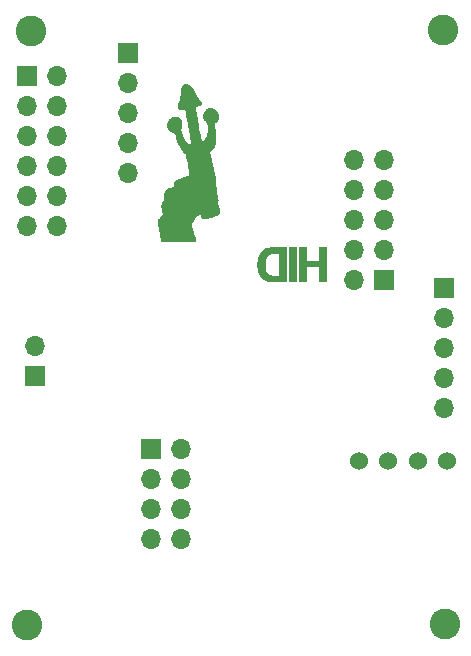
<source format=gbr>
%TF.GenerationSoftware,KiCad,Pcbnew,(6.0.9-0)*%
%TF.CreationDate,2023-01-28T22:02:16-06:00*%
%TF.ProjectId,ps2usb,70733275-7362-42e6-9b69-6361645f7063,rev?*%
%TF.SameCoordinates,Original*%
%TF.FileFunction,Soldermask,Bot*%
%TF.FilePolarity,Negative*%
%FSLAX46Y46*%
G04 Gerber Fmt 4.6, Leading zero omitted, Abs format (unit mm)*
G04 Created by KiCad (PCBNEW (6.0.9-0)) date 2023-01-28 22:02:16*
%MOMM*%
%LPD*%
G01*
G04 APERTURE LIST*
%ADD10C,0.080000*%
%ADD11C,2.600000*%
%ADD12R,1.700000X1.700000*%
%ADD13O,1.700000X1.700000*%
%ADD14C,1.524000*%
G04 APERTURE END LIST*
D10*
G36*
X112832903Y-74395215D02*
G01*
X112851735Y-74396955D01*
X112870786Y-74399653D01*
X112890040Y-74403308D01*
X112909477Y-74407920D01*
X112929081Y-74413489D01*
X112968716Y-74427495D01*
X113008801Y-74445324D01*
X113049194Y-74466973D01*
X113089752Y-74492441D01*
X113130331Y-74521725D01*
X113170790Y-74554823D01*
X113210984Y-74591731D01*
X113250771Y-74632449D01*
X113290009Y-74676973D01*
X113328553Y-74725302D01*
X113366262Y-74777432D01*
X113402992Y-74833362D01*
X113438601Y-74893089D01*
X113493776Y-74989108D01*
X113562257Y-75106617D01*
X113635325Y-75230741D01*
X113704260Y-75346602D01*
X113736064Y-75400365D01*
X113767003Y-75453939D01*
X113796310Y-75505908D01*
X113823217Y-75554852D01*
X113846956Y-75599356D01*
X113866761Y-75638001D01*
X113881862Y-75669371D01*
X113891494Y-75692048D01*
X113895186Y-75701294D01*
X113899584Y-75711115D01*
X113904631Y-75721424D01*
X113910271Y-75732136D01*
X113916444Y-75743163D01*
X113923095Y-75754421D01*
X113930166Y-75765821D01*
X113937599Y-75777278D01*
X113945338Y-75788705D01*
X113953325Y-75800015D01*
X113961502Y-75811123D01*
X113969812Y-75821942D01*
X113978198Y-75832385D01*
X113986603Y-75842366D01*
X113994969Y-75851799D01*
X114003240Y-75860596D01*
X114017628Y-75875861D01*
X114030757Y-75890724D01*
X114042619Y-75905199D01*
X114053205Y-75919301D01*
X114062507Y-75933043D01*
X114070518Y-75946440D01*
X114077228Y-75959506D01*
X114082631Y-75972255D01*
X114086718Y-75984702D01*
X114089480Y-75996861D01*
X114090911Y-76008746D01*
X114091001Y-76020372D01*
X114089742Y-76031752D01*
X114087128Y-76042900D01*
X114083148Y-76053832D01*
X114077796Y-76064561D01*
X114071064Y-76075101D01*
X114062942Y-76085467D01*
X114053424Y-76095673D01*
X114042500Y-76105734D01*
X114030164Y-76115662D01*
X114016407Y-76125473D01*
X114001220Y-76135182D01*
X113984596Y-76144801D01*
X113966526Y-76154346D01*
X113947003Y-76163830D01*
X113926019Y-76173268D01*
X113903564Y-76182674D01*
X113879632Y-76192063D01*
X113854215Y-76201448D01*
X113798889Y-76220264D01*
X113643586Y-76270940D01*
X113595940Y-76286815D01*
X113577963Y-76293190D01*
X113587522Y-76350377D01*
X113614856Y-76504605D01*
X113706037Y-77010087D01*
X113757565Y-77300526D01*
X113801879Y-77562854D01*
X113834260Y-77768268D01*
X113849986Y-77887966D01*
X113870777Y-78058785D01*
X113905156Y-78268148D01*
X113948863Y-78496998D01*
X113997637Y-78726276D01*
X114047217Y-78936922D01*
X114093343Y-79109878D01*
X114113778Y-79176267D01*
X114131752Y-79226086D01*
X114146732Y-79256954D01*
X114152933Y-79264536D01*
X114158186Y-79266487D01*
X114208267Y-79252528D01*
X114256300Y-79231634D01*
X114302224Y-79204217D01*
X114345976Y-79170691D01*
X114387494Y-79131469D01*
X114426714Y-79086965D01*
X114463575Y-79037591D01*
X114498015Y-78983761D01*
X114529970Y-78925889D01*
X114559378Y-78864387D01*
X114586177Y-78799670D01*
X114610304Y-78732149D01*
X114631698Y-78662239D01*
X114650295Y-78590353D01*
X114666033Y-78516905D01*
X114678850Y-78442306D01*
X114688683Y-78366972D01*
X114695470Y-78291315D01*
X114699148Y-78215748D01*
X114699655Y-78140684D01*
X114696929Y-78066538D01*
X114690906Y-77993722D01*
X114681525Y-77922650D01*
X114668724Y-77853735D01*
X114652439Y-77787390D01*
X114632608Y-77724028D01*
X114609169Y-77664063D01*
X114582060Y-77607909D01*
X114551217Y-77555977D01*
X114516580Y-77508683D01*
X114478084Y-77466439D01*
X114435668Y-77429658D01*
X114412053Y-77410199D01*
X114390485Y-77389506D01*
X114370951Y-77367638D01*
X114353437Y-77344655D01*
X114337933Y-77320616D01*
X114324424Y-77295582D01*
X114312899Y-77269611D01*
X114303346Y-77242764D01*
X114295750Y-77215101D01*
X114290101Y-77186680D01*
X114286386Y-77157561D01*
X114284591Y-77127804D01*
X114284705Y-77097469D01*
X114286714Y-77066616D01*
X114290608Y-77035303D01*
X114296372Y-77003591D01*
X114303994Y-76971539D01*
X114313463Y-76939207D01*
X114324764Y-76906655D01*
X114337887Y-76873942D01*
X114352818Y-76841128D01*
X114369544Y-76808272D01*
X114388054Y-76775435D01*
X114408335Y-76742675D01*
X114430374Y-76710052D01*
X114454158Y-76677627D01*
X114479676Y-76645458D01*
X114506914Y-76613606D01*
X114535861Y-76582129D01*
X114566503Y-76551089D01*
X114598828Y-76520543D01*
X114632823Y-76490552D01*
X114646155Y-76479865D01*
X114660049Y-76470041D01*
X114674481Y-76461078D01*
X114689427Y-76452972D01*
X114704864Y-76445722D01*
X114720767Y-76439324D01*
X114737113Y-76433775D01*
X114753878Y-76429073D01*
X114771038Y-76425214D01*
X114788570Y-76422195D01*
X114806450Y-76420014D01*
X114824654Y-76418668D01*
X114843158Y-76418153D01*
X114861939Y-76418467D01*
X114880972Y-76419607D01*
X114900234Y-76421570D01*
X114919701Y-76424353D01*
X114939349Y-76427953D01*
X114959156Y-76432368D01*
X114979095Y-76437594D01*
X115019282Y-76450468D01*
X115059718Y-76466552D01*
X115100213Y-76485824D01*
X115140578Y-76508259D01*
X115180623Y-76533835D01*
X115220156Y-76562528D01*
X115256609Y-76592047D01*
X115290939Y-76622686D01*
X115323140Y-76654357D01*
X115353206Y-76686972D01*
X115381129Y-76720444D01*
X115406902Y-76754685D01*
X115430520Y-76789606D01*
X115451976Y-76825121D01*
X115471263Y-76861141D01*
X115488374Y-76897579D01*
X115503302Y-76934348D01*
X115516042Y-76971358D01*
X115526586Y-77008522D01*
X115534927Y-77045754D01*
X115541060Y-77082964D01*
X115544977Y-77120065D01*
X115546671Y-77156970D01*
X115546137Y-77193591D01*
X115543367Y-77229839D01*
X115538355Y-77265627D01*
X115531094Y-77300868D01*
X115521578Y-77335473D01*
X115509799Y-77369355D01*
X115495752Y-77402426D01*
X115479429Y-77434598D01*
X115460824Y-77465784D01*
X115439930Y-77495896D01*
X115416741Y-77524846D01*
X115391249Y-77552545D01*
X115363449Y-77578908D01*
X115333333Y-77603845D01*
X115300896Y-77627269D01*
X115280068Y-77641353D01*
X115261965Y-77654136D01*
X115253914Y-77660252D01*
X115246521Y-77666299D01*
X115239776Y-77672363D01*
X115233673Y-77678528D01*
X115228203Y-77684881D01*
X115223358Y-77691507D01*
X115219131Y-77698490D01*
X115215512Y-77705918D01*
X115212496Y-77713875D01*
X115210072Y-77722446D01*
X115208234Y-77731718D01*
X115206973Y-77741775D01*
X115206282Y-77752703D01*
X115206153Y-77764588D01*
X115206577Y-77777515D01*
X115207547Y-77791570D01*
X115209055Y-77806838D01*
X115211092Y-77823404D01*
X115213651Y-77841354D01*
X115216724Y-77860774D01*
X115224380Y-77904364D01*
X115233996Y-77954858D01*
X115258852Y-78079293D01*
X115282401Y-78203595D01*
X115300765Y-78319053D01*
X115308082Y-78374843D01*
X115314198Y-78430077D01*
X115319145Y-78485306D01*
X115322955Y-78541080D01*
X115325660Y-78597951D01*
X115327291Y-78656472D01*
X115327460Y-78780663D01*
X115323717Y-78918067D01*
X115316317Y-79073092D01*
X115309205Y-79175835D01*
X115299502Y-79271658D01*
X115287013Y-79360873D01*
X115271542Y-79443793D01*
X115252897Y-79520729D01*
X115230882Y-79591993D01*
X115205303Y-79657896D01*
X115175965Y-79718752D01*
X115142673Y-79774870D01*
X115105234Y-79826564D01*
X115063453Y-79874145D01*
X115017134Y-79917925D01*
X114966085Y-79958215D01*
X114910109Y-79995329D01*
X114849013Y-80029576D01*
X114782602Y-80061270D01*
X115274645Y-82324904D01*
X115282509Y-82374882D01*
X115290354Y-82430726D01*
X115297973Y-82490555D01*
X115305156Y-82552487D01*
X115311696Y-82614641D01*
X115317384Y-82675136D01*
X115322011Y-82732091D01*
X115325370Y-82783626D01*
X115338625Y-82990413D01*
X115355236Y-83194913D01*
X115374553Y-83391969D01*
X115395929Y-83576425D01*
X115418713Y-83743126D01*
X115442259Y-83886913D01*
X115465918Y-84002633D01*
X115489040Y-84085127D01*
X115496188Y-84106329D01*
X115502305Y-84126533D01*
X115507389Y-84145791D01*
X115511437Y-84164153D01*
X115514448Y-84181673D01*
X115516419Y-84198401D01*
X115517349Y-84214390D01*
X115517235Y-84229690D01*
X115516076Y-84244353D01*
X115513868Y-84258431D01*
X115510610Y-84271976D01*
X115506300Y-84285039D01*
X115500936Y-84297672D01*
X115494516Y-84309926D01*
X115487037Y-84321853D01*
X115478497Y-84333505D01*
X115468819Y-84346028D01*
X115464500Y-84351907D01*
X115460539Y-84357617D01*
X115456948Y-84363220D01*
X115453734Y-84368782D01*
X115450908Y-84374365D01*
X115448478Y-84380035D01*
X115446455Y-84385854D01*
X115444847Y-84391888D01*
X115443664Y-84398199D01*
X115442915Y-84404852D01*
X115442610Y-84411911D01*
X115442758Y-84419440D01*
X115443368Y-84427502D01*
X115444450Y-84436162D01*
X115446014Y-84445483D01*
X115448068Y-84455530D01*
X115450622Y-84466366D01*
X115453686Y-84478056D01*
X115457268Y-84490663D01*
X115461379Y-84504252D01*
X115466027Y-84518886D01*
X115471223Y-84534629D01*
X115483292Y-84569698D01*
X115497662Y-84609972D01*
X115514409Y-84655962D01*
X115533606Y-84708180D01*
X115559294Y-84780810D01*
X115581187Y-84849073D01*
X115599274Y-84913127D01*
X115613545Y-84973130D01*
X115623987Y-85029240D01*
X115630590Y-85081616D01*
X115633343Y-85130414D01*
X115632235Y-85175793D01*
X115627255Y-85217911D01*
X115618392Y-85256927D01*
X115605634Y-85292998D01*
X115588971Y-85326282D01*
X115568392Y-85356937D01*
X115543885Y-85385121D01*
X115515440Y-85410993D01*
X115483046Y-85434710D01*
X115447924Y-85454723D01*
X115400712Y-85476767D01*
X115342965Y-85500406D01*
X115276239Y-85525204D01*
X115122068Y-85576537D01*
X114950642Y-85627277D01*
X114774404Y-85673940D01*
X114605796Y-85713040D01*
X114528242Y-85728665D01*
X114457262Y-85741091D01*
X114394411Y-85749884D01*
X114341244Y-85754607D01*
X114230161Y-85760519D01*
X114158392Y-85561917D01*
X114134599Y-85496456D01*
X114115963Y-85447390D01*
X114108095Y-85428323D01*
X114100935Y-85412536D01*
X114094290Y-85399756D01*
X114087964Y-85389711D01*
X114081766Y-85382128D01*
X114078654Y-85379174D01*
X114075500Y-85376734D01*
X114072282Y-85374772D01*
X114068974Y-85373255D01*
X114065552Y-85372150D01*
X114061993Y-85371420D01*
X114054363Y-85370955D01*
X114045891Y-85371588D01*
X114025646Y-85375054D01*
X114009922Y-85379006D01*
X113989929Y-85385500D01*
X113940052Y-85404705D01*
X113881846Y-85429858D01*
X113821145Y-85458147D01*
X113763780Y-85486763D01*
X113715585Y-85512893D01*
X113696748Y-85524148D01*
X113682390Y-85533727D01*
X113673241Y-85541280D01*
X113670847Y-85544186D01*
X113670029Y-85546454D01*
X113669954Y-85547292D01*
X113669732Y-85548351D01*
X113668858Y-85551110D01*
X113667439Y-85554677D01*
X113665503Y-85558999D01*
X113663080Y-85564022D01*
X113660198Y-85569693D01*
X113653178Y-85582768D01*
X113644678Y-85597796D01*
X113634933Y-85614353D01*
X113624178Y-85632011D01*
X113612648Y-85650346D01*
X113584867Y-85694631D01*
X113551662Y-85748793D01*
X113517200Y-85805977D01*
X113485648Y-85859324D01*
X113470141Y-85885004D01*
X113452722Y-85912340D01*
X113433985Y-85940493D01*
X113414521Y-85968621D01*
X113394923Y-85995885D01*
X113375782Y-86021444D01*
X113357691Y-86044458D01*
X113341243Y-86064087D01*
X113333304Y-86074000D01*
X113325884Y-86084952D01*
X113318982Y-86096902D01*
X113312597Y-86109811D01*
X113306730Y-86123637D01*
X113301380Y-86138339D01*
X113292232Y-86170212D01*
X113285151Y-86205104D01*
X113280137Y-86242691D01*
X113277189Y-86282647D01*
X113276306Y-86324647D01*
X113277486Y-86368366D01*
X113280728Y-86413480D01*
X113286032Y-86459663D01*
X113293396Y-86506591D01*
X113302819Y-86553937D01*
X113314301Y-86601378D01*
X113327839Y-86648589D01*
X113343434Y-86695243D01*
X113371518Y-86780262D01*
X113415605Y-86921624D01*
X113469649Y-87099656D01*
X113527608Y-87294689D01*
X113580306Y-87470386D01*
X113641793Y-87671638D01*
X110727159Y-87671638D01*
X110611983Y-87040689D01*
X110565715Y-86783403D01*
X110528679Y-86562016D01*
X110500690Y-86374770D01*
X110481562Y-86219907D01*
X110471109Y-86095670D01*
X110469146Y-86000300D01*
X110471290Y-85962891D01*
X110475486Y-85932039D01*
X110481712Y-85907526D01*
X110489945Y-85889131D01*
X110492877Y-85884784D01*
X110497419Y-85878811D01*
X110510948Y-85862408D01*
X110529769Y-85840767D01*
X110553114Y-85814730D01*
X110580218Y-85785142D01*
X110610317Y-85752845D01*
X110642644Y-85718683D01*
X110676434Y-85683500D01*
X110710540Y-85647673D01*
X110741178Y-85614177D01*
X110768456Y-85582771D01*
X110792481Y-85553212D01*
X110813359Y-85525258D01*
X110831199Y-85498667D01*
X110846106Y-85473195D01*
X110858188Y-85448602D01*
X110863204Y-85436559D01*
X110867553Y-85424644D01*
X110871249Y-85412827D01*
X110874306Y-85401079D01*
X110876736Y-85389368D01*
X110878554Y-85377665D01*
X110879773Y-85365939D01*
X110880406Y-85354160D01*
X110879968Y-85330321D01*
X110877346Y-85305906D01*
X110872649Y-85280673D01*
X110865983Y-85254379D01*
X110860859Y-85235605D01*
X110855311Y-85214080D01*
X110843649Y-85165812D01*
X110832405Y-85115638D01*
X110827380Y-85091732D01*
X110822988Y-85069625D01*
X110803463Y-84969059D01*
X110783879Y-84869948D01*
X110776434Y-84827399D01*
X110771109Y-84785055D01*
X110767867Y-84743088D01*
X110766674Y-84701670D01*
X110767495Y-84660973D01*
X110770292Y-84621169D01*
X110775032Y-84582430D01*
X110781678Y-84544928D01*
X110790196Y-84508836D01*
X110800548Y-84474325D01*
X110812701Y-84441567D01*
X110826618Y-84410736D01*
X110842264Y-84382002D01*
X110859604Y-84355537D01*
X110878601Y-84331515D01*
X110899221Y-84310106D01*
X110912131Y-84297988D01*
X110923414Y-84287168D01*
X110933162Y-84277336D01*
X110937489Y-84272693D01*
X110941468Y-84268180D01*
X110945109Y-84263759D01*
X110948425Y-84259391D01*
X110951426Y-84255036D01*
X110954124Y-84250657D01*
X110956531Y-84246214D01*
X110958659Y-84241668D01*
X110960518Y-84236981D01*
X110962121Y-84232113D01*
X110963479Y-84227027D01*
X110964603Y-84221682D01*
X110965506Y-84216041D01*
X110966198Y-84210064D01*
X110966692Y-84203713D01*
X110966998Y-84196948D01*
X110967129Y-84189731D01*
X110967096Y-84182023D01*
X110966583Y-84164979D01*
X110965553Y-84145506D01*
X110962308Y-84098026D01*
X110958289Y-84002319D01*
X110960130Y-83910764D01*
X110967707Y-83823562D01*
X110980897Y-83740914D01*
X110999573Y-83663021D01*
X111023613Y-83590085D01*
X111052892Y-83522307D01*
X111069457Y-83490416D01*
X111087285Y-83459889D01*
X111106361Y-83430752D01*
X111126668Y-83403030D01*
X111148192Y-83376749D01*
X111170917Y-83351933D01*
X111194827Y-83328608D01*
X111219906Y-83306798D01*
X111246140Y-83286530D01*
X111273513Y-83267827D01*
X111302008Y-83250716D01*
X111331611Y-83235222D01*
X111362306Y-83221368D01*
X111394078Y-83209182D01*
X111426910Y-83198687D01*
X111460788Y-83189910D01*
X111495696Y-83182874D01*
X111531617Y-83177606D01*
X111552924Y-83174666D01*
X111576608Y-83170729D01*
X111601881Y-83165966D01*
X111627950Y-83160549D01*
X111654027Y-83154650D01*
X111679319Y-83148439D01*
X111703038Y-83142089D01*
X111724391Y-83135770D01*
X111820923Y-83105466D01*
X111820923Y-82954075D01*
X111821979Y-82910918D01*
X111825128Y-82869616D01*
X111830335Y-82830225D01*
X111837569Y-82792802D01*
X111846796Y-82757404D01*
X111857985Y-82724088D01*
X111871103Y-82692910D01*
X111886117Y-82663928D01*
X111902994Y-82637199D01*
X111921703Y-82612778D01*
X111942209Y-82590723D01*
X111964482Y-82571091D01*
X111988488Y-82553938D01*
X112014195Y-82539322D01*
X112041570Y-82527299D01*
X112070581Y-82517926D01*
X112090604Y-82511807D01*
X112115326Y-82503067D01*
X112143772Y-82492114D01*
X112174972Y-82479357D01*
X112207951Y-82465205D01*
X112241736Y-82450065D01*
X112275356Y-82434347D01*
X112307838Y-82418460D01*
X112401694Y-82373503D01*
X112498030Y-82331303D01*
X112595011Y-82292492D01*
X112690799Y-82257702D01*
X112783560Y-82227567D01*
X112871457Y-82202717D01*
X112913008Y-82192472D01*
X112952654Y-82183786D01*
X112990166Y-82176737D01*
X113025315Y-82171405D01*
X113043061Y-82165196D01*
X113057946Y-82151862D01*
X113070102Y-82131779D01*
X113079664Y-82105320D01*
X113086764Y-82072860D01*
X113091538Y-82034773D01*
X113094640Y-81943215D01*
X113090037Y-81833640D01*
X113078801Y-81709042D01*
X113062001Y-81572415D01*
X113040706Y-81426754D01*
X112988912Y-81120304D01*
X112931979Y-80813645D01*
X112878463Y-80530729D01*
X112836922Y-80295509D01*
X112823500Y-80288268D01*
X112809986Y-80280622D01*
X112796316Y-80272532D01*
X112782423Y-80263963D01*
X112768243Y-80254878D01*
X112753708Y-80245240D01*
X112738755Y-80235010D01*
X112723316Y-80224154D01*
X112697030Y-80204361D01*
X112670616Y-80182354D01*
X112617521Y-80131922D01*
X112564270Y-80073311D01*
X112511097Y-80006973D01*
X112458240Y-79933359D01*
X112405935Y-79852923D01*
X112354417Y-79766117D01*
X112303924Y-79673393D01*
X112254691Y-79575204D01*
X112206955Y-79472001D01*
X112160952Y-79364237D01*
X112116919Y-79252364D01*
X112075090Y-79136835D01*
X112035704Y-79018102D01*
X111998996Y-78896617D01*
X111965202Y-78772832D01*
X111900298Y-78521684D01*
X111785535Y-78494895D01*
X111710557Y-78473814D01*
X111641533Y-78447261D01*
X111578396Y-78415650D01*
X111521076Y-78379397D01*
X111469508Y-78338917D01*
X111423621Y-78294625D01*
X111383350Y-78246936D01*
X111348625Y-78196264D01*
X111319380Y-78143026D01*
X111295545Y-78087635D01*
X111277055Y-78030508D01*
X111263840Y-77972059D01*
X111255832Y-77912702D01*
X111252965Y-77852854D01*
X111255169Y-77792929D01*
X111262378Y-77733342D01*
X111274523Y-77674509D01*
X111291537Y-77616843D01*
X111313352Y-77560762D01*
X111339900Y-77506678D01*
X111371112Y-77455008D01*
X111406922Y-77406166D01*
X111447262Y-77360568D01*
X111492063Y-77318628D01*
X111541257Y-77280762D01*
X111594778Y-77247384D01*
X111652557Y-77218910D01*
X111714526Y-77195755D01*
X111780617Y-77178333D01*
X111850763Y-77167060D01*
X111924896Y-77162351D01*
X112002948Y-77164620D01*
X112035476Y-77168426D01*
X112067180Y-77174919D01*
X112098013Y-77183991D01*
X112127931Y-77195538D01*
X112156886Y-77209453D01*
X112184832Y-77225630D01*
X112211724Y-77243963D01*
X112237516Y-77264347D01*
X112262161Y-77286675D01*
X112285613Y-77310842D01*
X112307826Y-77336741D01*
X112328755Y-77364266D01*
X112348352Y-77393312D01*
X112366573Y-77423772D01*
X112383370Y-77455540D01*
X112398699Y-77488511D01*
X112412512Y-77522579D01*
X112424764Y-77557637D01*
X112435409Y-77593579D01*
X112444400Y-77630300D01*
X112451692Y-77667694D01*
X112457238Y-77705654D01*
X112460993Y-77744075D01*
X112462910Y-77782850D01*
X112462943Y-77821874D01*
X112461046Y-77861041D01*
X112457174Y-77900244D01*
X112451280Y-77939378D01*
X112443317Y-77978336D01*
X112433241Y-78017014D01*
X112421004Y-78055304D01*
X112406561Y-78093101D01*
X112357572Y-78211171D01*
X112438435Y-78497872D01*
X112464631Y-78584770D01*
X112493997Y-78671380D01*
X112526145Y-78757042D01*
X112560685Y-78841096D01*
X112597226Y-78922880D01*
X112635379Y-79001733D01*
X112674755Y-79076995D01*
X112714962Y-79148005D01*
X112755613Y-79214101D01*
X112796316Y-79274624D01*
X112836682Y-79328911D01*
X112876321Y-79376303D01*
X112914844Y-79416138D01*
X112951861Y-79447755D01*
X112986981Y-79470493D01*
X113003708Y-79478327D01*
X113019816Y-79483693D01*
X113034960Y-79487149D01*
X113051980Y-79490195D01*
X113070476Y-79492825D01*
X113090047Y-79495034D01*
X113130818Y-79498169D01*
X113171096Y-79499558D01*
X113207682Y-79499161D01*
X113223592Y-79498279D01*
X113237379Y-79496935D01*
X113248645Y-79495124D01*
X113256990Y-79492840D01*
X113259942Y-79491520D01*
X113262013Y-79490079D01*
X113263154Y-79488518D01*
X113263315Y-79486835D01*
X113253697Y-79391838D01*
X113232682Y-79174131D01*
X113222701Y-79085475D01*
X113207373Y-78972662D01*
X113186674Y-78835540D01*
X113160577Y-78673957D01*
X113092089Y-78276801D01*
X113001709Y-77779982D01*
X112856493Y-76979416D01*
X112810243Y-76711421D01*
X112790786Y-76583942D01*
X112787672Y-76548690D01*
X112786190Y-76534466D01*
X112784630Y-76522322D01*
X112782896Y-76512120D01*
X112780892Y-76503720D01*
X112779759Y-76500152D01*
X112778522Y-76496981D01*
X112777170Y-76494191D01*
X112775690Y-76491764D01*
X112774071Y-76489683D01*
X112772300Y-76487929D01*
X112770366Y-76486486D01*
X112768256Y-76485336D01*
X112765959Y-76484462D01*
X112763463Y-76483845D01*
X112760755Y-76483470D01*
X112757823Y-76483317D01*
X112751242Y-76483611D01*
X112743623Y-76484588D01*
X112724888Y-76488031D01*
X112694194Y-76493395D01*
X112662469Y-76497734D01*
X112629974Y-76501064D01*
X112596973Y-76503400D01*
X112563726Y-76504759D01*
X112530497Y-76505156D01*
X112497547Y-76504607D01*
X112465140Y-76503128D01*
X112433537Y-76500734D01*
X112403000Y-76497443D01*
X112373792Y-76493268D01*
X112346175Y-76488227D01*
X112320412Y-76482335D01*
X112296764Y-76475608D01*
X112275495Y-76468062D01*
X112256865Y-76459712D01*
X112245405Y-76453736D01*
X112234577Y-76447758D01*
X112224376Y-76441758D01*
X112214795Y-76435714D01*
X112205831Y-76429607D01*
X112197476Y-76423417D01*
X112189725Y-76417124D01*
X112182573Y-76410707D01*
X112176014Y-76404145D01*
X112170043Y-76397420D01*
X112164653Y-76390510D01*
X112159840Y-76383395D01*
X112155598Y-76376056D01*
X112151921Y-76368471D01*
X112148803Y-76360621D01*
X112146239Y-76352486D01*
X112144224Y-76344045D01*
X112142752Y-76335277D01*
X112141816Y-76326164D01*
X112141413Y-76316684D01*
X112141535Y-76306817D01*
X112142178Y-76296543D01*
X112143336Y-76285842D01*
X112145003Y-76274694D01*
X112147173Y-76263078D01*
X112149842Y-76250974D01*
X112153003Y-76238363D01*
X112156651Y-76225223D01*
X112165386Y-76197277D01*
X112176001Y-76166975D01*
X112211628Y-76053855D01*
X112253425Y-75896555D01*
X112298140Y-75710287D01*
X112342522Y-75510263D01*
X112383321Y-75311694D01*
X112417285Y-75129793D01*
X112441163Y-74979772D01*
X112448304Y-74921470D01*
X112451705Y-74876842D01*
X112455627Y-74817765D01*
X112462714Y-74762556D01*
X112472824Y-74711213D01*
X112485814Y-74663733D01*
X112501540Y-74620114D01*
X112510385Y-74599752D01*
X112519861Y-74580354D01*
X112529950Y-74561920D01*
X112540633Y-74544450D01*
X112551893Y-74527943D01*
X112563713Y-74512399D01*
X112576074Y-74497818D01*
X112588959Y-74484199D01*
X112602349Y-74471543D01*
X112616227Y-74459849D01*
X112630575Y-74449116D01*
X112645375Y-74439344D01*
X112660609Y-74430534D01*
X112676259Y-74422684D01*
X112692308Y-74415794D01*
X112708738Y-74409865D01*
X112725530Y-74404895D01*
X112742668Y-74400885D01*
X112760132Y-74397834D01*
X112777906Y-74395742D01*
X112814309Y-74394433D01*
X112832903Y-74395215D01*
G37*
X112832903Y-74395215D02*
X112851735Y-74396955D01*
X112870786Y-74399653D01*
X112890040Y-74403308D01*
X112909477Y-74407920D01*
X112929081Y-74413489D01*
X112968716Y-74427495D01*
X113008801Y-74445324D01*
X113049194Y-74466973D01*
X113089752Y-74492441D01*
X113130331Y-74521725D01*
X113170790Y-74554823D01*
X113210984Y-74591731D01*
X113250771Y-74632449D01*
X113290009Y-74676973D01*
X113328553Y-74725302D01*
X113366262Y-74777432D01*
X113402992Y-74833362D01*
X113438601Y-74893089D01*
X113493776Y-74989108D01*
X113562257Y-75106617D01*
X113635325Y-75230741D01*
X113704260Y-75346602D01*
X113736064Y-75400365D01*
X113767003Y-75453939D01*
X113796310Y-75505908D01*
X113823217Y-75554852D01*
X113846956Y-75599356D01*
X113866761Y-75638001D01*
X113881862Y-75669371D01*
X113891494Y-75692048D01*
X113895186Y-75701294D01*
X113899584Y-75711115D01*
X113904631Y-75721424D01*
X113910271Y-75732136D01*
X113916444Y-75743163D01*
X113923095Y-75754421D01*
X113930166Y-75765821D01*
X113937599Y-75777278D01*
X113945338Y-75788705D01*
X113953325Y-75800015D01*
X113961502Y-75811123D01*
X113969812Y-75821942D01*
X113978198Y-75832385D01*
X113986603Y-75842366D01*
X113994969Y-75851799D01*
X114003240Y-75860596D01*
X114017628Y-75875861D01*
X114030757Y-75890724D01*
X114042619Y-75905199D01*
X114053205Y-75919301D01*
X114062507Y-75933043D01*
X114070518Y-75946440D01*
X114077228Y-75959506D01*
X114082631Y-75972255D01*
X114086718Y-75984702D01*
X114089480Y-75996861D01*
X114090911Y-76008746D01*
X114091001Y-76020372D01*
X114089742Y-76031752D01*
X114087128Y-76042900D01*
X114083148Y-76053832D01*
X114077796Y-76064561D01*
X114071064Y-76075101D01*
X114062942Y-76085467D01*
X114053424Y-76095673D01*
X114042500Y-76105734D01*
X114030164Y-76115662D01*
X114016407Y-76125473D01*
X114001220Y-76135182D01*
X113984596Y-76144801D01*
X113966526Y-76154346D01*
X113947003Y-76163830D01*
X113926019Y-76173268D01*
X113903564Y-76182674D01*
X113879632Y-76192063D01*
X113854215Y-76201448D01*
X113798889Y-76220264D01*
X113643586Y-76270940D01*
X113595940Y-76286815D01*
X113577963Y-76293190D01*
X113587522Y-76350377D01*
X113614856Y-76504605D01*
X113706037Y-77010087D01*
X113757565Y-77300526D01*
X113801879Y-77562854D01*
X113834260Y-77768268D01*
X113849986Y-77887966D01*
X113870777Y-78058785D01*
X113905156Y-78268148D01*
X113948863Y-78496998D01*
X113997637Y-78726276D01*
X114047217Y-78936922D01*
X114093343Y-79109878D01*
X114113778Y-79176267D01*
X114131752Y-79226086D01*
X114146732Y-79256954D01*
X114152933Y-79264536D01*
X114158186Y-79266487D01*
X114208267Y-79252528D01*
X114256300Y-79231634D01*
X114302224Y-79204217D01*
X114345976Y-79170691D01*
X114387494Y-79131469D01*
X114426714Y-79086965D01*
X114463575Y-79037591D01*
X114498015Y-78983761D01*
X114529970Y-78925889D01*
X114559378Y-78864387D01*
X114586177Y-78799670D01*
X114610304Y-78732149D01*
X114631698Y-78662239D01*
X114650295Y-78590353D01*
X114666033Y-78516905D01*
X114678850Y-78442306D01*
X114688683Y-78366972D01*
X114695470Y-78291315D01*
X114699148Y-78215748D01*
X114699655Y-78140684D01*
X114696929Y-78066538D01*
X114690906Y-77993722D01*
X114681525Y-77922650D01*
X114668724Y-77853735D01*
X114652439Y-77787390D01*
X114632608Y-77724028D01*
X114609169Y-77664063D01*
X114582060Y-77607909D01*
X114551217Y-77555977D01*
X114516580Y-77508683D01*
X114478084Y-77466439D01*
X114435668Y-77429658D01*
X114412053Y-77410199D01*
X114390485Y-77389506D01*
X114370951Y-77367638D01*
X114353437Y-77344655D01*
X114337933Y-77320616D01*
X114324424Y-77295582D01*
X114312899Y-77269611D01*
X114303346Y-77242764D01*
X114295750Y-77215101D01*
X114290101Y-77186680D01*
X114286386Y-77157561D01*
X114284591Y-77127804D01*
X114284705Y-77097469D01*
X114286714Y-77066616D01*
X114290608Y-77035303D01*
X114296372Y-77003591D01*
X114303994Y-76971539D01*
X114313463Y-76939207D01*
X114324764Y-76906655D01*
X114337887Y-76873942D01*
X114352818Y-76841128D01*
X114369544Y-76808272D01*
X114388054Y-76775435D01*
X114408335Y-76742675D01*
X114430374Y-76710052D01*
X114454158Y-76677627D01*
X114479676Y-76645458D01*
X114506914Y-76613606D01*
X114535861Y-76582129D01*
X114566503Y-76551089D01*
X114598828Y-76520543D01*
X114632823Y-76490552D01*
X114646155Y-76479865D01*
X114660049Y-76470041D01*
X114674481Y-76461078D01*
X114689427Y-76452972D01*
X114704864Y-76445722D01*
X114720767Y-76439324D01*
X114737113Y-76433775D01*
X114753878Y-76429073D01*
X114771038Y-76425214D01*
X114788570Y-76422195D01*
X114806450Y-76420014D01*
X114824654Y-76418668D01*
X114843158Y-76418153D01*
X114861939Y-76418467D01*
X114880972Y-76419607D01*
X114900234Y-76421570D01*
X114919701Y-76424353D01*
X114939349Y-76427953D01*
X114959156Y-76432368D01*
X114979095Y-76437594D01*
X115019282Y-76450468D01*
X115059718Y-76466552D01*
X115100213Y-76485824D01*
X115140578Y-76508259D01*
X115180623Y-76533835D01*
X115220156Y-76562528D01*
X115256609Y-76592047D01*
X115290939Y-76622686D01*
X115323140Y-76654357D01*
X115353206Y-76686972D01*
X115381129Y-76720444D01*
X115406902Y-76754685D01*
X115430520Y-76789606D01*
X115451976Y-76825121D01*
X115471263Y-76861141D01*
X115488374Y-76897579D01*
X115503302Y-76934348D01*
X115516042Y-76971358D01*
X115526586Y-77008522D01*
X115534927Y-77045754D01*
X115541060Y-77082964D01*
X115544977Y-77120065D01*
X115546671Y-77156970D01*
X115546137Y-77193591D01*
X115543367Y-77229839D01*
X115538355Y-77265627D01*
X115531094Y-77300868D01*
X115521578Y-77335473D01*
X115509799Y-77369355D01*
X115495752Y-77402426D01*
X115479429Y-77434598D01*
X115460824Y-77465784D01*
X115439930Y-77495896D01*
X115416741Y-77524846D01*
X115391249Y-77552545D01*
X115363449Y-77578908D01*
X115333333Y-77603845D01*
X115300896Y-77627269D01*
X115280068Y-77641353D01*
X115261965Y-77654136D01*
X115253914Y-77660252D01*
X115246521Y-77666299D01*
X115239776Y-77672363D01*
X115233673Y-77678528D01*
X115228203Y-77684881D01*
X115223358Y-77691507D01*
X115219131Y-77698490D01*
X115215512Y-77705918D01*
X115212496Y-77713875D01*
X115210072Y-77722446D01*
X115208234Y-77731718D01*
X115206973Y-77741775D01*
X115206282Y-77752703D01*
X115206153Y-77764588D01*
X115206577Y-77777515D01*
X115207547Y-77791570D01*
X115209055Y-77806838D01*
X115211092Y-77823404D01*
X115213651Y-77841354D01*
X115216724Y-77860774D01*
X115224380Y-77904364D01*
X115233996Y-77954858D01*
X115258852Y-78079293D01*
X115282401Y-78203595D01*
X115300765Y-78319053D01*
X115308082Y-78374843D01*
X115314198Y-78430077D01*
X115319145Y-78485306D01*
X115322955Y-78541080D01*
X115325660Y-78597951D01*
X115327291Y-78656472D01*
X115327460Y-78780663D01*
X115323717Y-78918067D01*
X115316317Y-79073092D01*
X115309205Y-79175835D01*
X115299502Y-79271658D01*
X115287013Y-79360873D01*
X115271542Y-79443793D01*
X115252897Y-79520729D01*
X115230882Y-79591993D01*
X115205303Y-79657896D01*
X115175965Y-79718752D01*
X115142673Y-79774870D01*
X115105234Y-79826564D01*
X115063453Y-79874145D01*
X115017134Y-79917925D01*
X114966085Y-79958215D01*
X114910109Y-79995329D01*
X114849013Y-80029576D01*
X114782602Y-80061270D01*
X115274645Y-82324904D01*
X115282509Y-82374882D01*
X115290354Y-82430726D01*
X115297973Y-82490555D01*
X115305156Y-82552487D01*
X115311696Y-82614641D01*
X115317384Y-82675136D01*
X115322011Y-82732091D01*
X115325370Y-82783626D01*
X115338625Y-82990413D01*
X115355236Y-83194913D01*
X115374553Y-83391969D01*
X115395929Y-83576425D01*
X115418713Y-83743126D01*
X115442259Y-83886913D01*
X115465918Y-84002633D01*
X115489040Y-84085127D01*
X115496188Y-84106329D01*
X115502305Y-84126533D01*
X115507389Y-84145791D01*
X115511437Y-84164153D01*
X115514448Y-84181673D01*
X115516419Y-84198401D01*
X115517349Y-84214390D01*
X115517235Y-84229690D01*
X115516076Y-84244353D01*
X115513868Y-84258431D01*
X115510610Y-84271976D01*
X115506300Y-84285039D01*
X115500936Y-84297672D01*
X115494516Y-84309926D01*
X115487037Y-84321853D01*
X115478497Y-84333505D01*
X115468819Y-84346028D01*
X115464500Y-84351907D01*
X115460539Y-84357617D01*
X115456948Y-84363220D01*
X115453734Y-84368782D01*
X115450908Y-84374365D01*
X115448478Y-84380035D01*
X115446455Y-84385854D01*
X115444847Y-84391888D01*
X115443664Y-84398199D01*
X115442915Y-84404852D01*
X115442610Y-84411911D01*
X115442758Y-84419440D01*
X115443368Y-84427502D01*
X115444450Y-84436162D01*
X115446014Y-84445483D01*
X115448068Y-84455530D01*
X115450622Y-84466366D01*
X115453686Y-84478056D01*
X115457268Y-84490663D01*
X115461379Y-84504252D01*
X115466027Y-84518886D01*
X115471223Y-84534629D01*
X115483292Y-84569698D01*
X115497662Y-84609972D01*
X115514409Y-84655962D01*
X115533606Y-84708180D01*
X115559294Y-84780810D01*
X115581187Y-84849073D01*
X115599274Y-84913127D01*
X115613545Y-84973130D01*
X115623987Y-85029240D01*
X115630590Y-85081616D01*
X115633343Y-85130414D01*
X115632235Y-85175793D01*
X115627255Y-85217911D01*
X115618392Y-85256927D01*
X115605634Y-85292998D01*
X115588971Y-85326282D01*
X115568392Y-85356937D01*
X115543885Y-85385121D01*
X115515440Y-85410993D01*
X115483046Y-85434710D01*
X115447924Y-85454723D01*
X115400712Y-85476767D01*
X115342965Y-85500406D01*
X115276239Y-85525204D01*
X115122068Y-85576537D01*
X114950642Y-85627277D01*
X114774404Y-85673940D01*
X114605796Y-85713040D01*
X114528242Y-85728665D01*
X114457262Y-85741091D01*
X114394411Y-85749884D01*
X114341244Y-85754607D01*
X114230161Y-85760519D01*
X114158392Y-85561917D01*
X114134599Y-85496456D01*
X114115963Y-85447390D01*
X114108095Y-85428323D01*
X114100935Y-85412536D01*
X114094290Y-85399756D01*
X114087964Y-85389711D01*
X114081766Y-85382128D01*
X114078654Y-85379174D01*
X114075500Y-85376734D01*
X114072282Y-85374772D01*
X114068974Y-85373255D01*
X114065552Y-85372150D01*
X114061993Y-85371420D01*
X114054363Y-85370955D01*
X114045891Y-85371588D01*
X114025646Y-85375054D01*
X114009922Y-85379006D01*
X113989929Y-85385500D01*
X113940052Y-85404705D01*
X113881846Y-85429858D01*
X113821145Y-85458147D01*
X113763780Y-85486763D01*
X113715585Y-85512893D01*
X113696748Y-85524148D01*
X113682390Y-85533727D01*
X113673241Y-85541280D01*
X113670847Y-85544186D01*
X113670029Y-85546454D01*
X113669954Y-85547292D01*
X113669732Y-85548351D01*
X113668858Y-85551110D01*
X113667439Y-85554677D01*
X113665503Y-85558999D01*
X113663080Y-85564022D01*
X113660198Y-85569693D01*
X113653178Y-85582768D01*
X113644678Y-85597796D01*
X113634933Y-85614353D01*
X113624178Y-85632011D01*
X113612648Y-85650346D01*
X113584867Y-85694631D01*
X113551662Y-85748793D01*
X113517200Y-85805977D01*
X113485648Y-85859324D01*
X113470141Y-85885004D01*
X113452722Y-85912340D01*
X113433985Y-85940493D01*
X113414521Y-85968621D01*
X113394923Y-85995885D01*
X113375782Y-86021444D01*
X113357691Y-86044458D01*
X113341243Y-86064087D01*
X113333304Y-86074000D01*
X113325884Y-86084952D01*
X113318982Y-86096902D01*
X113312597Y-86109811D01*
X113306730Y-86123637D01*
X113301380Y-86138339D01*
X113292232Y-86170212D01*
X113285151Y-86205104D01*
X113280137Y-86242691D01*
X113277189Y-86282647D01*
X113276306Y-86324647D01*
X113277486Y-86368366D01*
X113280728Y-86413480D01*
X113286032Y-86459663D01*
X113293396Y-86506591D01*
X113302819Y-86553937D01*
X113314301Y-86601378D01*
X113327839Y-86648589D01*
X113343434Y-86695243D01*
X113371518Y-86780262D01*
X113415605Y-86921624D01*
X113469649Y-87099656D01*
X113527608Y-87294689D01*
X113580306Y-87470386D01*
X113641793Y-87671638D01*
X110727159Y-87671638D01*
X110611983Y-87040689D01*
X110565715Y-86783403D01*
X110528679Y-86562016D01*
X110500690Y-86374770D01*
X110481562Y-86219907D01*
X110471109Y-86095670D01*
X110469146Y-86000300D01*
X110471290Y-85962891D01*
X110475486Y-85932039D01*
X110481712Y-85907526D01*
X110489945Y-85889131D01*
X110492877Y-85884784D01*
X110497419Y-85878811D01*
X110510948Y-85862408D01*
X110529769Y-85840767D01*
X110553114Y-85814730D01*
X110580218Y-85785142D01*
X110610317Y-85752845D01*
X110642644Y-85718683D01*
X110676434Y-85683500D01*
X110710540Y-85647673D01*
X110741178Y-85614177D01*
X110768456Y-85582771D01*
X110792481Y-85553212D01*
X110813359Y-85525258D01*
X110831199Y-85498667D01*
X110846106Y-85473195D01*
X110858188Y-85448602D01*
X110863204Y-85436559D01*
X110867553Y-85424644D01*
X110871249Y-85412827D01*
X110874306Y-85401079D01*
X110876736Y-85389368D01*
X110878554Y-85377665D01*
X110879773Y-85365939D01*
X110880406Y-85354160D01*
X110879968Y-85330321D01*
X110877346Y-85305906D01*
X110872649Y-85280673D01*
X110865983Y-85254379D01*
X110860859Y-85235605D01*
X110855311Y-85214080D01*
X110843649Y-85165812D01*
X110832405Y-85115638D01*
X110827380Y-85091732D01*
X110822988Y-85069625D01*
X110803463Y-84969059D01*
X110783879Y-84869948D01*
X110776434Y-84827399D01*
X110771109Y-84785055D01*
X110767867Y-84743088D01*
X110766674Y-84701670D01*
X110767495Y-84660973D01*
X110770292Y-84621169D01*
X110775032Y-84582430D01*
X110781678Y-84544928D01*
X110790196Y-84508836D01*
X110800548Y-84474325D01*
X110812701Y-84441567D01*
X110826618Y-84410736D01*
X110842264Y-84382002D01*
X110859604Y-84355537D01*
X110878601Y-84331515D01*
X110899221Y-84310106D01*
X110912131Y-84297988D01*
X110923414Y-84287168D01*
X110933162Y-84277336D01*
X110937489Y-84272693D01*
X110941468Y-84268180D01*
X110945109Y-84263759D01*
X110948425Y-84259391D01*
X110951426Y-84255036D01*
X110954124Y-84250657D01*
X110956531Y-84246214D01*
X110958659Y-84241668D01*
X110960518Y-84236981D01*
X110962121Y-84232113D01*
X110963479Y-84227027D01*
X110964603Y-84221682D01*
X110965506Y-84216041D01*
X110966198Y-84210064D01*
X110966692Y-84203713D01*
X110966998Y-84196948D01*
X110967129Y-84189731D01*
X110967096Y-84182023D01*
X110966583Y-84164979D01*
X110965553Y-84145506D01*
X110962308Y-84098026D01*
X110958289Y-84002319D01*
X110960130Y-83910764D01*
X110967707Y-83823562D01*
X110980897Y-83740914D01*
X110999573Y-83663021D01*
X111023613Y-83590085D01*
X111052892Y-83522307D01*
X111069457Y-83490416D01*
X111087285Y-83459889D01*
X111106361Y-83430752D01*
X111126668Y-83403030D01*
X111148192Y-83376749D01*
X111170917Y-83351933D01*
X111194827Y-83328608D01*
X111219906Y-83306798D01*
X111246140Y-83286530D01*
X111273513Y-83267827D01*
X111302008Y-83250716D01*
X111331611Y-83235222D01*
X111362306Y-83221368D01*
X111394078Y-83209182D01*
X111426910Y-83198687D01*
X111460788Y-83189910D01*
X111495696Y-83182874D01*
X111531617Y-83177606D01*
X111552924Y-83174666D01*
X111576608Y-83170729D01*
X111601881Y-83165966D01*
X111627950Y-83160549D01*
X111654027Y-83154650D01*
X111679319Y-83148439D01*
X111703038Y-83142089D01*
X111724391Y-83135770D01*
X111820923Y-83105466D01*
X111820923Y-82954075D01*
X111821979Y-82910918D01*
X111825128Y-82869616D01*
X111830335Y-82830225D01*
X111837569Y-82792802D01*
X111846796Y-82757404D01*
X111857985Y-82724088D01*
X111871103Y-82692910D01*
X111886117Y-82663928D01*
X111902994Y-82637199D01*
X111921703Y-82612778D01*
X111942209Y-82590723D01*
X111964482Y-82571091D01*
X111988488Y-82553938D01*
X112014195Y-82539322D01*
X112041570Y-82527299D01*
X112070581Y-82517926D01*
X112090604Y-82511807D01*
X112115326Y-82503067D01*
X112143772Y-82492114D01*
X112174972Y-82479357D01*
X112207951Y-82465205D01*
X112241736Y-82450065D01*
X112275356Y-82434347D01*
X112307838Y-82418460D01*
X112401694Y-82373503D01*
X112498030Y-82331303D01*
X112595011Y-82292492D01*
X112690799Y-82257702D01*
X112783560Y-82227567D01*
X112871457Y-82202717D01*
X112913008Y-82192472D01*
X112952654Y-82183786D01*
X112990166Y-82176737D01*
X113025315Y-82171405D01*
X113043061Y-82165196D01*
X113057946Y-82151862D01*
X113070102Y-82131779D01*
X113079664Y-82105320D01*
X113086764Y-82072860D01*
X113091538Y-82034773D01*
X113094640Y-81943215D01*
X113090037Y-81833640D01*
X113078801Y-81709042D01*
X113062001Y-81572415D01*
X113040706Y-81426754D01*
X112988912Y-81120304D01*
X112931979Y-80813645D01*
X112878463Y-80530729D01*
X112836922Y-80295509D01*
X112823500Y-80288268D01*
X112809986Y-80280622D01*
X112796316Y-80272532D01*
X112782423Y-80263963D01*
X112768243Y-80254878D01*
X112753708Y-80245240D01*
X112738755Y-80235010D01*
X112723316Y-80224154D01*
X112697030Y-80204361D01*
X112670616Y-80182354D01*
X112617521Y-80131922D01*
X112564270Y-80073311D01*
X112511097Y-80006973D01*
X112458240Y-79933359D01*
X112405935Y-79852923D01*
X112354417Y-79766117D01*
X112303924Y-79673393D01*
X112254691Y-79575204D01*
X112206955Y-79472001D01*
X112160952Y-79364237D01*
X112116919Y-79252364D01*
X112075090Y-79136835D01*
X112035704Y-79018102D01*
X111998996Y-78896617D01*
X111965202Y-78772832D01*
X111900298Y-78521684D01*
X111785535Y-78494895D01*
X111710557Y-78473814D01*
X111641533Y-78447261D01*
X111578396Y-78415650D01*
X111521076Y-78379397D01*
X111469508Y-78338917D01*
X111423621Y-78294625D01*
X111383350Y-78246936D01*
X111348625Y-78196264D01*
X111319380Y-78143026D01*
X111295545Y-78087635D01*
X111277055Y-78030508D01*
X111263840Y-77972059D01*
X111255832Y-77912702D01*
X111252965Y-77852854D01*
X111255169Y-77792929D01*
X111262378Y-77733342D01*
X111274523Y-77674509D01*
X111291537Y-77616843D01*
X111313352Y-77560762D01*
X111339900Y-77506678D01*
X111371112Y-77455008D01*
X111406922Y-77406166D01*
X111447262Y-77360568D01*
X111492063Y-77318628D01*
X111541257Y-77280762D01*
X111594778Y-77247384D01*
X111652557Y-77218910D01*
X111714526Y-77195755D01*
X111780617Y-77178333D01*
X111850763Y-77167060D01*
X111924896Y-77162351D01*
X112002948Y-77164620D01*
X112035476Y-77168426D01*
X112067180Y-77174919D01*
X112098013Y-77183991D01*
X112127931Y-77195538D01*
X112156886Y-77209453D01*
X112184832Y-77225630D01*
X112211724Y-77243963D01*
X112237516Y-77264347D01*
X112262161Y-77286675D01*
X112285613Y-77310842D01*
X112307826Y-77336741D01*
X112328755Y-77364266D01*
X112348352Y-77393312D01*
X112366573Y-77423772D01*
X112383370Y-77455540D01*
X112398699Y-77488511D01*
X112412512Y-77522579D01*
X112424764Y-77557637D01*
X112435409Y-77593579D01*
X112444400Y-77630300D01*
X112451692Y-77667694D01*
X112457238Y-77705654D01*
X112460993Y-77744075D01*
X112462910Y-77782850D01*
X112462943Y-77821874D01*
X112461046Y-77861041D01*
X112457174Y-77900244D01*
X112451280Y-77939378D01*
X112443317Y-77978336D01*
X112433241Y-78017014D01*
X112421004Y-78055304D01*
X112406561Y-78093101D01*
X112357572Y-78211171D01*
X112438435Y-78497872D01*
X112464631Y-78584770D01*
X112493997Y-78671380D01*
X112526145Y-78757042D01*
X112560685Y-78841096D01*
X112597226Y-78922880D01*
X112635379Y-79001733D01*
X112674755Y-79076995D01*
X112714962Y-79148005D01*
X112755613Y-79214101D01*
X112796316Y-79274624D01*
X112836682Y-79328911D01*
X112876321Y-79376303D01*
X112914844Y-79416138D01*
X112951861Y-79447755D01*
X112986981Y-79470493D01*
X113003708Y-79478327D01*
X113019816Y-79483693D01*
X113034960Y-79487149D01*
X113051980Y-79490195D01*
X113070476Y-79492825D01*
X113090047Y-79495034D01*
X113130818Y-79498169D01*
X113171096Y-79499558D01*
X113207682Y-79499161D01*
X113223592Y-79498279D01*
X113237379Y-79496935D01*
X113248645Y-79495124D01*
X113256990Y-79492840D01*
X113259942Y-79491520D01*
X113262013Y-79490079D01*
X113263154Y-79488518D01*
X113263315Y-79486835D01*
X113253697Y-79391838D01*
X113232682Y-79174131D01*
X113222701Y-79085475D01*
X113207373Y-78972662D01*
X113186674Y-78835540D01*
X113160577Y-78673957D01*
X113092089Y-78276801D01*
X113001709Y-77779982D01*
X112856493Y-76979416D01*
X112810243Y-76711421D01*
X112790786Y-76583942D01*
X112787672Y-76548690D01*
X112786190Y-76534466D01*
X112784630Y-76522322D01*
X112782896Y-76512120D01*
X112780892Y-76503720D01*
X112779759Y-76500152D01*
X112778522Y-76496981D01*
X112777170Y-76494191D01*
X112775690Y-76491764D01*
X112774071Y-76489683D01*
X112772300Y-76487929D01*
X112770366Y-76486486D01*
X112768256Y-76485336D01*
X112765959Y-76484462D01*
X112763463Y-76483845D01*
X112760755Y-76483470D01*
X112757823Y-76483317D01*
X112751242Y-76483611D01*
X112743623Y-76484588D01*
X112724888Y-76488031D01*
X112694194Y-76493395D01*
X112662469Y-76497734D01*
X112629974Y-76501064D01*
X112596973Y-76503400D01*
X112563726Y-76504759D01*
X112530497Y-76505156D01*
X112497547Y-76504607D01*
X112465140Y-76503128D01*
X112433537Y-76500734D01*
X112403000Y-76497443D01*
X112373792Y-76493268D01*
X112346175Y-76488227D01*
X112320412Y-76482335D01*
X112296764Y-76475608D01*
X112275495Y-76468062D01*
X112256865Y-76459712D01*
X112245405Y-76453736D01*
X112234577Y-76447758D01*
X112224376Y-76441758D01*
X112214795Y-76435714D01*
X112205831Y-76429607D01*
X112197476Y-76423417D01*
X112189725Y-76417124D01*
X112182573Y-76410707D01*
X112176014Y-76404145D01*
X112170043Y-76397420D01*
X112164653Y-76390510D01*
X112159840Y-76383395D01*
X112155598Y-76376056D01*
X112151921Y-76368471D01*
X112148803Y-76360621D01*
X112146239Y-76352486D01*
X112144224Y-76344045D01*
X112142752Y-76335277D01*
X112141816Y-76326164D01*
X112141413Y-76316684D01*
X112141535Y-76306817D01*
X112142178Y-76296543D01*
X112143336Y-76285842D01*
X112145003Y-76274694D01*
X112147173Y-76263078D01*
X112149842Y-76250974D01*
X112153003Y-76238363D01*
X112156651Y-76225223D01*
X112165386Y-76197277D01*
X112176001Y-76166975D01*
X112211628Y-76053855D01*
X112253425Y-75896555D01*
X112298140Y-75710287D01*
X112342522Y-75510263D01*
X112383321Y-75311694D01*
X112417285Y-75129793D01*
X112441163Y-74979772D01*
X112448304Y-74921470D01*
X112451705Y-74876842D01*
X112455627Y-74817765D01*
X112462714Y-74762556D01*
X112472824Y-74711213D01*
X112485814Y-74663733D01*
X112501540Y-74620114D01*
X112510385Y-74599752D01*
X112519861Y-74580354D01*
X112529950Y-74561920D01*
X112540633Y-74544450D01*
X112551893Y-74527943D01*
X112563713Y-74512399D01*
X112576074Y-74497818D01*
X112588959Y-74484199D01*
X112602349Y-74471543D01*
X112616227Y-74459849D01*
X112630575Y-74449116D01*
X112645375Y-74439344D01*
X112660609Y-74430534D01*
X112676259Y-74422684D01*
X112692308Y-74415794D01*
X112708738Y-74409865D01*
X112725530Y-74404895D01*
X112742668Y-74400885D01*
X112760132Y-74397834D01*
X112777906Y-74395742D01*
X112814309Y-74394433D01*
X112832903Y-74395215D01*
G36*
X120216594Y-91105335D02*
G01*
X120137873Y-91104381D01*
X120063215Y-91101519D01*
X119992618Y-91096749D01*
X119926084Y-91090071D01*
X119894340Y-91086016D01*
X119863612Y-91081485D01*
X119833899Y-91076476D01*
X119805202Y-91070990D01*
X119777521Y-91065028D01*
X119750855Y-91058588D01*
X119725205Y-91051671D01*
X119700570Y-91044277D01*
X119668734Y-91033683D01*
X119637728Y-91022581D01*
X119607554Y-91010971D01*
X119578211Y-90998854D01*
X119549698Y-90986229D01*
X119522017Y-90973096D01*
X119495166Y-90959455D01*
X119469146Y-90945307D01*
X119443957Y-90930650D01*
X119419599Y-90915486D01*
X119396072Y-90899814D01*
X119373376Y-90883635D01*
X119351511Y-90866947D01*
X119330477Y-90849752D01*
X119310274Y-90832049D01*
X119290901Y-90813838D01*
X119266151Y-90788996D01*
X119242124Y-90763214D01*
X119218820Y-90736495D01*
X119196239Y-90708836D01*
X119174382Y-90680239D01*
X119153248Y-90650704D01*
X119132836Y-90620229D01*
X119113149Y-90588816D01*
X119094184Y-90556465D01*
X119075942Y-90523175D01*
X119058424Y-90488946D01*
X119041629Y-90453779D01*
X119025557Y-90417673D01*
X119010208Y-90380628D01*
X118995583Y-90342645D01*
X118981680Y-90303723D01*
X118970948Y-90271087D01*
X118960908Y-90237681D01*
X118942905Y-90168562D01*
X118927671Y-90096365D01*
X118915208Y-90021091D01*
X118905514Y-89942739D01*
X118898590Y-89861310D01*
X118894435Y-89776803D01*
X118893050Y-89689219D01*
X118893431Y-89663618D01*
X119495735Y-89663618D01*
X119496659Y-89745140D01*
X119499428Y-89822292D01*
X119504044Y-89895073D01*
X119510507Y-89963485D01*
X119518816Y-90027526D01*
X119523663Y-90057908D01*
X119528972Y-90087198D01*
X119534742Y-90115395D01*
X119540974Y-90142499D01*
X119547667Y-90168511D01*
X119554822Y-90193430D01*
X119562347Y-90217134D01*
X119570148Y-90239992D01*
X119578226Y-90262003D01*
X119586581Y-90283168D01*
X119595213Y-90303486D01*
X119604122Y-90322959D01*
X119613309Y-90341585D01*
X119622772Y-90359364D01*
X119632512Y-90376298D01*
X119642529Y-90392385D01*
X119652823Y-90407626D01*
X119663394Y-90422021D01*
X119674242Y-90435570D01*
X119685366Y-90448272D01*
X119696768Y-90460128D01*
X119708447Y-90471138D01*
X119720211Y-90481532D01*
X119732359Y-90491541D01*
X119744892Y-90501165D01*
X119757809Y-90510405D01*
X119771112Y-90519260D01*
X119784799Y-90527731D01*
X119798870Y-90535817D01*
X119813326Y-90543518D01*
X119828167Y-90550834D01*
X119843393Y-90557766D01*
X119859003Y-90564313D01*
X119874998Y-90570476D01*
X119891378Y-90576254D01*
X119908142Y-90581647D01*
X119925291Y-90586655D01*
X119942825Y-90591279D01*
X119972030Y-90597742D01*
X120005482Y-90603342D01*
X120043181Y-90608082D01*
X120085126Y-90611959D01*
X120131318Y-90614975D01*
X120181758Y-90617129D01*
X120236444Y-90618422D01*
X120295376Y-90618853D01*
X120730649Y-90618853D01*
X120730649Y-88706410D01*
X120468697Y-88706412D01*
X120383237Y-88706843D01*
X120305101Y-88708136D01*
X120234289Y-88710290D01*
X120170802Y-88713306D01*
X120114638Y-88717183D01*
X120065800Y-88721922D01*
X120024285Y-88727523D01*
X120006274Y-88730647D01*
X119990094Y-88733986D01*
X119969883Y-88738671D01*
X119950118Y-88743864D01*
X119930800Y-88749566D01*
X119911927Y-88755774D01*
X119893501Y-88762491D01*
X119875521Y-88769715D01*
X119857988Y-88777447D01*
X119840900Y-88785687D01*
X119824259Y-88794435D01*
X119808064Y-88803690D01*
X119792315Y-88813453D01*
X119777013Y-88823724D01*
X119762156Y-88834503D01*
X119747746Y-88845789D01*
X119733782Y-88857583D01*
X119720265Y-88869885D01*
X119707155Y-88882749D01*
X119694414Y-88896228D01*
X119682043Y-88910323D01*
X119670041Y-88925033D01*
X119658408Y-88940358D01*
X119647145Y-88956299D01*
X119636251Y-88972856D01*
X119625726Y-88990028D01*
X119615571Y-89007816D01*
X119605784Y-89026219D01*
X119596367Y-89045237D01*
X119587320Y-89064872D01*
X119578641Y-89085121D01*
X119570332Y-89105986D01*
X119562393Y-89127467D01*
X119554822Y-89149563D01*
X119540974Y-89196802D01*
X119528972Y-89248903D01*
X119518816Y-89305867D01*
X119510507Y-89367693D01*
X119504044Y-89434381D01*
X119499428Y-89505931D01*
X119496659Y-89582344D01*
X119495735Y-89663618D01*
X118893431Y-89663618D01*
X118894528Y-89589818D01*
X118898959Y-89494479D01*
X118906345Y-89403202D01*
X118911146Y-89359087D01*
X118916685Y-89315988D01*
X118922963Y-89273904D01*
X118929980Y-89232835D01*
X118937735Y-89192783D01*
X118946229Y-89153745D01*
X118955461Y-89115724D01*
X118965432Y-89078717D01*
X118976141Y-89042727D01*
X118987590Y-89007752D01*
X118999745Y-88973377D01*
X119012578Y-88939679D01*
X119026088Y-88906658D01*
X119040275Y-88874314D01*
X119055139Y-88842647D01*
X119070681Y-88811658D01*
X119086899Y-88781345D01*
X119103794Y-88751709D01*
X119121366Y-88722750D01*
X119139615Y-88694469D01*
X119158541Y-88666864D01*
X119178144Y-88639937D01*
X119198425Y-88613686D01*
X119219382Y-88588113D01*
X119241016Y-88563216D01*
X119263327Y-88538997D01*
X119286262Y-88515570D01*
X119309766Y-88493051D01*
X119333840Y-88471440D01*
X119358482Y-88450736D01*
X119383694Y-88430941D01*
X119409475Y-88412053D01*
X119435826Y-88394073D01*
X119462746Y-88377001D01*
X119490235Y-88360837D01*
X119518294Y-88345581D01*
X119546921Y-88331232D01*
X119576119Y-88317791D01*
X119605885Y-88305259D01*
X119636221Y-88293634D01*
X119667126Y-88282916D01*
X119698600Y-88273107D01*
X119748547Y-88260182D01*
X119803849Y-88248980D01*
X119864505Y-88239501D01*
X119930516Y-88231746D01*
X120001881Y-88225714D01*
X120078602Y-88221406D01*
X120160677Y-88218821D01*
X120248107Y-88217959D01*
X121313639Y-88217959D01*
X121313639Y-91105335D01*
X120216594Y-91105335D01*
G37*
X120216594Y-91105335D02*
X120137873Y-91104381D01*
X120063215Y-91101519D01*
X119992618Y-91096749D01*
X119926084Y-91090071D01*
X119894340Y-91086016D01*
X119863612Y-91081485D01*
X119833899Y-91076476D01*
X119805202Y-91070990D01*
X119777521Y-91065028D01*
X119750855Y-91058588D01*
X119725205Y-91051671D01*
X119700570Y-91044277D01*
X119668734Y-91033683D01*
X119637728Y-91022581D01*
X119607554Y-91010971D01*
X119578211Y-90998854D01*
X119549698Y-90986229D01*
X119522017Y-90973096D01*
X119495166Y-90959455D01*
X119469146Y-90945307D01*
X119443957Y-90930650D01*
X119419599Y-90915486D01*
X119396072Y-90899814D01*
X119373376Y-90883635D01*
X119351511Y-90866947D01*
X119330477Y-90849752D01*
X119310274Y-90832049D01*
X119290901Y-90813838D01*
X119266151Y-90788996D01*
X119242124Y-90763214D01*
X119218820Y-90736495D01*
X119196239Y-90708836D01*
X119174382Y-90680239D01*
X119153248Y-90650704D01*
X119132836Y-90620229D01*
X119113149Y-90588816D01*
X119094184Y-90556465D01*
X119075942Y-90523175D01*
X119058424Y-90488946D01*
X119041629Y-90453779D01*
X119025557Y-90417673D01*
X119010208Y-90380628D01*
X118995583Y-90342645D01*
X118981680Y-90303723D01*
X118970948Y-90271087D01*
X118960908Y-90237681D01*
X118942905Y-90168562D01*
X118927671Y-90096365D01*
X118915208Y-90021091D01*
X118905514Y-89942739D01*
X118898590Y-89861310D01*
X118894435Y-89776803D01*
X118893050Y-89689219D01*
X118893431Y-89663618D01*
X119495735Y-89663618D01*
X119496659Y-89745140D01*
X119499428Y-89822292D01*
X119504044Y-89895073D01*
X119510507Y-89963485D01*
X119518816Y-90027526D01*
X119523663Y-90057908D01*
X119528972Y-90087198D01*
X119534742Y-90115395D01*
X119540974Y-90142499D01*
X119547667Y-90168511D01*
X119554822Y-90193430D01*
X119562347Y-90217134D01*
X119570148Y-90239992D01*
X119578226Y-90262003D01*
X119586581Y-90283168D01*
X119595213Y-90303486D01*
X119604122Y-90322959D01*
X119613309Y-90341585D01*
X119622772Y-90359364D01*
X119632512Y-90376298D01*
X119642529Y-90392385D01*
X119652823Y-90407626D01*
X119663394Y-90422021D01*
X119674242Y-90435570D01*
X119685366Y-90448272D01*
X119696768Y-90460128D01*
X119708447Y-90471138D01*
X119720211Y-90481532D01*
X119732359Y-90491541D01*
X119744892Y-90501165D01*
X119757809Y-90510405D01*
X119771112Y-90519260D01*
X119784799Y-90527731D01*
X119798870Y-90535817D01*
X119813326Y-90543518D01*
X119828167Y-90550834D01*
X119843393Y-90557766D01*
X119859003Y-90564313D01*
X119874998Y-90570476D01*
X119891378Y-90576254D01*
X119908142Y-90581647D01*
X119925291Y-90586655D01*
X119942825Y-90591279D01*
X119972030Y-90597742D01*
X120005482Y-90603342D01*
X120043181Y-90608082D01*
X120085126Y-90611959D01*
X120131318Y-90614975D01*
X120181758Y-90617129D01*
X120236444Y-90618422D01*
X120295376Y-90618853D01*
X120730649Y-90618853D01*
X120730649Y-88706410D01*
X120468697Y-88706412D01*
X120383237Y-88706843D01*
X120305101Y-88708136D01*
X120234289Y-88710290D01*
X120170802Y-88713306D01*
X120114638Y-88717183D01*
X120065800Y-88721922D01*
X120024285Y-88727523D01*
X120006274Y-88730647D01*
X119990094Y-88733986D01*
X119969883Y-88738671D01*
X119950118Y-88743864D01*
X119930800Y-88749566D01*
X119911927Y-88755774D01*
X119893501Y-88762491D01*
X119875521Y-88769715D01*
X119857988Y-88777447D01*
X119840900Y-88785687D01*
X119824259Y-88794435D01*
X119808064Y-88803690D01*
X119792315Y-88813453D01*
X119777013Y-88823724D01*
X119762156Y-88834503D01*
X119747746Y-88845789D01*
X119733782Y-88857583D01*
X119720265Y-88869885D01*
X119707155Y-88882749D01*
X119694414Y-88896228D01*
X119682043Y-88910323D01*
X119670041Y-88925033D01*
X119658408Y-88940358D01*
X119647145Y-88956299D01*
X119636251Y-88972856D01*
X119625726Y-88990028D01*
X119615571Y-89007816D01*
X119605784Y-89026219D01*
X119596367Y-89045237D01*
X119587320Y-89064872D01*
X119578641Y-89085121D01*
X119570332Y-89105986D01*
X119562393Y-89127467D01*
X119554822Y-89149563D01*
X119540974Y-89196802D01*
X119528972Y-89248903D01*
X119518816Y-89305867D01*
X119510507Y-89367693D01*
X119504044Y-89434381D01*
X119499428Y-89505931D01*
X119496659Y-89582344D01*
X119495735Y-89663618D01*
X118893431Y-89663618D01*
X118894528Y-89589818D01*
X118898959Y-89494479D01*
X118906345Y-89403202D01*
X118911146Y-89359087D01*
X118916685Y-89315988D01*
X118922963Y-89273904D01*
X118929980Y-89232835D01*
X118937735Y-89192783D01*
X118946229Y-89153745D01*
X118955461Y-89115724D01*
X118965432Y-89078717D01*
X118976141Y-89042727D01*
X118987590Y-89007752D01*
X118999745Y-88973377D01*
X119012578Y-88939679D01*
X119026088Y-88906658D01*
X119040275Y-88874314D01*
X119055139Y-88842647D01*
X119070681Y-88811658D01*
X119086899Y-88781345D01*
X119103794Y-88751709D01*
X119121366Y-88722750D01*
X119139615Y-88694469D01*
X119158541Y-88666864D01*
X119178144Y-88639937D01*
X119198425Y-88613686D01*
X119219382Y-88588113D01*
X119241016Y-88563216D01*
X119263327Y-88538997D01*
X119286262Y-88515570D01*
X119309766Y-88493051D01*
X119333840Y-88471440D01*
X119358482Y-88450736D01*
X119383694Y-88430941D01*
X119409475Y-88412053D01*
X119435826Y-88394073D01*
X119462746Y-88377001D01*
X119490235Y-88360837D01*
X119518294Y-88345581D01*
X119546921Y-88331232D01*
X119576119Y-88317791D01*
X119605885Y-88305259D01*
X119636221Y-88293634D01*
X119667126Y-88282916D01*
X119698600Y-88273107D01*
X119748547Y-88260182D01*
X119803849Y-88248980D01*
X119864505Y-88239501D01*
X119930516Y-88231746D01*
X120001881Y-88225714D01*
X120078602Y-88221406D01*
X120160677Y-88218821D01*
X120248107Y-88217959D01*
X121313639Y-88217959D01*
X121313639Y-91105335D01*
X120216594Y-91105335D01*
G36*
X123004907Y-89354395D02*
G01*
X124147252Y-89354395D01*
X124147252Y-88217959D01*
X124730241Y-88217959D01*
X124730241Y-91105332D01*
X124147252Y-91105332D01*
X124147252Y-89842844D01*
X123004907Y-89842844D01*
X123004907Y-91105332D01*
X122421918Y-91105332D01*
X122421918Y-88217959D01*
X123004907Y-88217959D01*
X123004907Y-89354395D01*
G37*
X123004907Y-89354395D02*
X124147252Y-89354395D01*
X124147252Y-88217959D01*
X124730241Y-88217959D01*
X124730241Y-91105332D01*
X124147252Y-91105332D01*
X124147252Y-89842844D01*
X123004907Y-89842844D01*
X123004907Y-91105332D01*
X122421918Y-91105332D01*
X122421918Y-88217959D01*
X123004907Y-88217959D01*
X123004907Y-89354395D01*
G36*
X122143517Y-91105332D02*
G01*
X121560527Y-91105332D01*
X121560527Y-88217959D01*
X122143517Y-88217959D01*
X122143517Y-91105332D01*
G37*
X122143517Y-91105332D02*
X121560527Y-91105332D01*
X121560527Y-88217959D01*
X122143517Y-88217959D01*
X122143517Y-91105332D01*
D11*
%TO.C,REF\u002A\u002A*%
X134750000Y-120100000D03*
%TD*%
D12*
%TO.C,EXT*%
X99375000Y-73700000D03*
D13*
X101915000Y-73700000D03*
X99375000Y-76240000D03*
X101915000Y-76240000D03*
X99375000Y-78780000D03*
X101915000Y-78780000D03*
X99375000Y-81320000D03*
X101915000Y-81320000D03*
X99375000Y-83860000D03*
X101915000Y-83860000D03*
X99375000Y-86400000D03*
X101915000Y-86400000D03*
%TD*%
%TO.C,Keyboard*%
X134650000Y-101835000D03*
X134650000Y-99295000D03*
X134650000Y-96755000D03*
X134650000Y-94215000D03*
D12*
X134650000Y-91675000D03*
%TD*%
D11*
%TO.C,REF\u002A\u002A*%
X99350000Y-120200000D03*
%TD*%
D12*
%TO.C,USB*%
X109925000Y-105300000D03*
D13*
X112465000Y-105300000D03*
X109925000Y-107840000D03*
X112465000Y-107840000D03*
X109925000Y-110380000D03*
X112465000Y-110380000D03*
X109925000Y-112920000D03*
X112465000Y-112920000D03*
%TD*%
D11*
%TO.C,REF\u002A\u002A*%
X99700000Y-69950000D03*
%TD*%
D14*
%TO.C,Power*%
X127460000Y-106336400D03*
X129960000Y-106336400D03*
X132460000Y-106336400D03*
X134960000Y-106336400D03*
%TD*%
D12*
%TO.C,PS2 Mouse*%
X107900000Y-71800000D03*
D13*
X107900000Y-74340000D03*
X107900000Y-76880000D03*
X107900000Y-79420000D03*
X107900000Y-81960000D03*
%TD*%
%TO.C,Serial Mouse*%
X127035000Y-80865000D03*
X129575000Y-80865000D03*
X127035000Y-83405000D03*
X129575000Y-83405000D03*
X127035000Y-85945000D03*
X129575000Y-85945000D03*
X127035000Y-88485000D03*
X129575000Y-88485000D03*
X127035000Y-91025000D03*
D12*
X129575000Y-91025000D03*
%TD*%
D11*
%TO.C,REF\u002A\u002A*%
X134600000Y-69850000D03*
%TD*%
D12*
%TO.C,Switch*%
X100100000Y-99150000D03*
D13*
X100100000Y-96610000D03*
%TD*%
M02*

</source>
